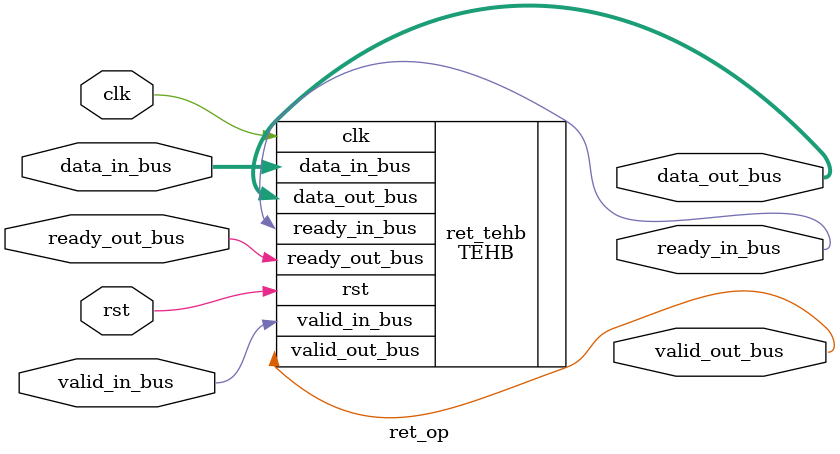
<source format=v>
module add_op #(parameter INPUTS = 2,
		parameter OUTPUTS = 1,
		parameter DATA_IN_SIZE = 32,
		parameter DATA_OUT_SIZE = 32)
		(
		input clk,
		input rst,
		input [INPUTS * (DATA_IN_SIZE)- 1 : 0]data_in_bus,
		input [INPUTS - 1 : 0]valid_in_bus,
		output reg [INPUTS - 1 : 0] ready_in_bus = 0,
		
		output reg [OUTPUTS * (DATA_OUT_SIZE) - 1 : 0]data_out_bus = 0,
		output reg [OUTPUTS - 1 : 0]valid_out_bus = 0,
		input 	[OUTPUTS - 1 : 0] ready_out_bus
);

	reg signed [DATA_IN_SIZE - 1 : 0] data_in[INPUTS - 1 : 0];
	reg [INPUTS - 1 : 0] valid_in = 0;
	wire [INPUTS - 1 : 0] ready_in;
	
	wire [DATA_OUT_SIZE - 1 : 0] data_out[OUTPUTS - 1 : 0];
	wire [OUTPUTS - 1 : 0]valid_out;
	reg [OUTPUTS - 1 : 0]ready_out = 0;
	
	integer i;

	always @(*) begin
		for(i = INPUTS - 1; i >= 0; i = i - 1) begin
			data_in[i] = data_in_bus[(i + 1) * DATA_IN_SIZE - 1 -: DATA_IN_SIZE];
			valid_in[i] = valid_in_bus[i];
			ready_in_bus[i] = ready_in[i];
		end

		for(i = OUTPUTS - 1; i >= 0; i = i - 1) begin
			data_out_bus[(i + 1) * DATA_OUT_SIZE - 1 -: DATA_OUT_SIZE] = data_out[i];
			valid_out_bus[i] = valid_out[i];
			ready_out[i] = ready_out_bus[i];
		end

	end
	
	joinC #(.N(INPUTS)) add_fork(.valid_in(valid_in), .ready_in(ready_in), .valid_out(valid_out), .ready_out(ready_out));

	assign data_out[0] = data_in[0] + data_in[1];

endmodule



//-----------------------------------------------------------------------
//-- int sub, version 0.0
//-----------------------------------------------------------------------
//If data_in_bus contains two data a and b of 32 bit width such that data_in_bus = {a, b}, then sub_op returns b - a as the answer
module sub_op #(parameter INPUTS = 2,
		parameter OUTPUTS = 1,
		parameter DATA_IN_SIZE = 32,
		parameter DATA_OUT_SIZE = 32)
		(
		input clk,
		input rst,
		input [INPUTS * (DATA_IN_SIZE)- 1 : 0]data_in_bus,
		input [INPUTS - 1 : 0]valid_in_bus,
		output reg [INPUTS - 1 : 0] ready_in_bus = 0,
		
		output reg [OUTPUTS * (DATA_OUT_SIZE) - 1 : 0]data_out_bus = 0,
		output reg [OUTPUTS - 1 : 0]valid_out_bus = 0,
		input 	[OUTPUTS - 1 : 0] ready_out_bus
);

	reg signed [DATA_IN_SIZE - 1 : 0] data_in[INPUTS - 1 : 0];
	reg [INPUTS - 1 : 0] valid_in = 0;
	wire [INPUTS - 1 : 0] ready_in;
	
	wire [DATA_OUT_SIZE - 1 : 0] data_out[OUTPUTS - 1 : 0];
	wire [OUTPUTS - 1 : 0]valid_out;
	reg [OUTPUTS - 1 : 0]ready_out = 0;
	
	integer i;

	always @(*) begin
		for(i = INPUTS - 1; i >= 0; i = i - 1) begin
			data_in[i] = data_in_bus[(i + 1) * DATA_IN_SIZE - 1 -: DATA_IN_SIZE];
			valid_in[i] = valid_in_bus[i];
			ready_in_bus[i] = ready_in[i];
		end

		for(i = OUTPUTS - 1; i >= 0; i = i - 1) begin
			data_out_bus[(i + 1) * DATA_OUT_SIZE - 1 -: DATA_OUT_SIZE] = data_out[i];
			valid_out_bus[i] = valid_out[i];
			ready_out[i] = ready_out_bus[i];
		end

	end
	
	joinC #(.N(INPUTS)) add_fork(.valid_in(valid_in), .ready_in(ready_in), .valid_out(valid_out), .ready_out(ready_out));

	assign data_out[0] = data_in[0] - data_in[1];

endmodule


//-----------------------------------------------------------------------
//-- int multiply, version 0.0
//-----------------------------------------------------------------------
//If data_in_bus contains two data a and b of 32 bit width such that data_in_bus = {a, b}, then sub_op returns b * a as the answer
module mul_op #(parameter INPUTS = 2,
		parameter OUTPUTS = 1,
		parameter DATA_IN_SIZE = 32,
		parameter DATA_OUT_SIZE = 32)
		(
		input clk,
		input rst,
		input [INPUTS * (DATA_IN_SIZE)- 1 : 0]data_in_bus,
		input [INPUTS - 1 : 0]valid_in_bus,
		output reg [INPUTS - 1 : 0] ready_in_bus = 0,
		
		output reg [OUTPUTS * (DATA_OUT_SIZE) - 1 : 0]data_out_bus = 0,
		output reg [OUTPUTS - 1 : 0]valid_out_bus = 0,
		input 	[OUTPUTS - 1 : 0] ready_out_bus
);
	localparam LATENCY = 4;

	reg signed [DATA_IN_SIZE - 1 : 0] data_in[INPUTS - 1 : 0];
	reg [INPUTS - 1 : 0] valid_in = 0;
	wire [INPUTS - 1 : 0] ready_in;
	
	wire [DATA_OUT_SIZE - 1 : 0] data_out[OUTPUTS - 1 : 0];
	wire [OUTPUTS - 1 : 0]valid_out;
	reg [OUTPUTS - 1 : 0]ready_out = 0;
	
	wire [2 * DATA_OUT_SIZE - 1 : 0] temp_result;
	
	integer i;

	always @(*) begin
		for(i = INPUTS - 1; i >= 0; i = i - 1) begin
			data_in[i] = data_in_bus[(i + 1) * DATA_IN_SIZE - 1 -: DATA_IN_SIZE];
			valid_in[i] = valid_in_bus[i];
			ready_in_bus[i] = ready_in[i];
		end

		for(i = OUTPUTS - 1; i >= 0; i = i - 1) begin
			data_out_bus[(i + 1) * DATA_OUT_SIZE - 1 -: DATA_OUT_SIZE] = data_out[i];
			valid_out_bus[i] = valid_out[i];
			ready_out[i] = ready_out_bus[i];
		end

	end
	
	wire join_valid;
	wire buff_valid, oehb_valid, oehb_ready;
	wire oehb_dataOut, oehb_datain;
	
	joinC #(.N(INPUTS)) add_fork(.valid_in(valid_in), .ready_in(ready_in), .valid_out(join_valid), .ready_out(oehb_ready));
	
	mul_4_stage multiply_unit (.clk(clk), .ce(oehb_ready), .a(data_in[0]), .b(data_in[1]), .p(data_out[0]));
	
	delay_buffer #(.SIZE(LATENCY - 1))delay_buff(.clk(clk), .rst(rst), .valid_in(join_valid), .ready_in(oehb_ready), .valid_out(buff_valid));
	
	OEHB #(.INPUTS(1), .OUTPUTS(1), .DATA_IN_SIZE(1), .DATA_OUT_SIZE(1)) oehb_buffer (.clk(clk), .rst(rst),
										 .data_in_bus(0), .valid_in_bus(buff_valid), .ready_in_bus(oehb_ready),
										 .data_out_bus(oehb_dataOut), .valid_out_bus(valid_out[0]), .ready_out_bus(ready_out[0]));
	


endmodule



//Weakly Implemented. Might result in high resource utilization
//-----------------------------------------------------------------------
//-- int urem, version 0.0
//-----------------------------------------------------------------------
//If data_in_bus contains two data a and b of 32 bit width such that data_in_bus = {a, b}, then sub_op returns b % a as the answer
module urem_op #(parameter INPUTS = 2,
		parameter OUTPUTS = 1,
		parameter DATA_IN_SIZE = 32,
		parameter DATA_OUT_SIZE = 32)
		(
		input clk,
		input rst,
		input [INPUTS * (DATA_IN_SIZE)- 1 : 0]data_in_bus,
		input [INPUTS - 1 : 0]valid_in_bus,
		output reg [INPUTS - 1 : 0] ready_in_bus = 0,
		
		output reg [OUTPUTS * (DATA_OUT_SIZE) - 1 : 0]data_out_bus = 0,
		output reg [OUTPUTS - 1 : 0]valid_out_bus = 0,
		input 	[OUTPUTS - 1 : 0] ready_out_bus
);

	reg signed [DATA_IN_SIZE - 1 : 0] data_in[INPUTS - 1 : 0];
	reg [INPUTS - 1 : 0] valid_in = 0;
	wire [INPUTS - 1 : 0] ready_in;
	
	wire [DATA_OUT_SIZE - 1 : 0] data_out[OUTPUTS - 1 : 0];
	wire [OUTPUTS - 1 : 0]valid_out;
	reg [OUTPUTS - 1 : 0]ready_out = 0;
	
	integer i;

	always @(*) begin
		for(i = INPUTS - 1; i >= 0; i = i - 1) begin
			data_in[i] = data_in_bus[(i + 1) * DATA_IN_SIZE - 1 -: DATA_IN_SIZE];
			valid_in[i] = valid_in_bus[i];
			ready_in_bus[i] = ready_in[i];
		end

		for(i = OUTPUTS - 1; i >= 0; i = i - 1) begin
			data_out_bus[(i + 1) * DATA_OUT_SIZE - 1 -: DATA_OUT_SIZE] = data_out[i];
			valid_out_bus[i] = valid_out[i];
			ready_out[i] = ready_out_bus[i];
		end

	end
	
	joinC #(.N(INPUTS)) add_fork(.valid_in(valid_in), .ready_in(ready_in), .valid_out(valid_out), .ready_out(ready_out));

	assign data_out[0] = data_in[0] % data_in[1];

endmodule



//-----------------------------------------------------------------------
//-- logical and, version 0.0
//-----------------------------------------------------------------------
module and_op #(parameter INPUTS = 2,
		parameter OUTPUTS = 1,
		parameter DATA_IN_SIZE = 32,
		parameter DATA_OUT_SIZE = 32)
		(
		input clk,
		input rst,
		input [INPUTS * (DATA_IN_SIZE)- 1 : 0]data_in_bus,
		input [INPUTS - 1 : 0]valid_in_bus,
		output reg [INPUTS - 1 : 0] ready_in_bus = 0,
		
		output reg [OUTPUTS * (DATA_OUT_SIZE) - 1 : 0]data_out_bus = 0,
		output reg [OUTPUTS - 1 : 0]valid_out_bus = 0,
		input 	[OUTPUTS - 1 : 0] ready_out_bus
);

	reg [DATA_IN_SIZE - 1 : 0] data_in[INPUTS - 1 : 0];
	reg [INPUTS - 1 : 0] valid_in = 0;
	wire [INPUTS - 1 : 0] ready_in;
	
	wire [DATA_OUT_SIZE - 1 : 0] data_out[OUTPUTS - 1 : 0];
	wire [OUTPUTS - 1 : 0]valid_out;
	reg [OUTPUTS - 1 : 0]ready_out = 0;
	
	integer i;

	always @(*) begin
		for(i = INPUTS - 1; i >= 0; i = i - 1) begin
			data_in[i] = data_in_bus[(i + 1) * DATA_IN_SIZE - 1 -: DATA_IN_SIZE];
			valid_in[i] = valid_in_bus[i];
			ready_in_bus[i] = ready_in[i];
		end

		for(i = OUTPUTS - 1; i >= 0; i = i - 1) begin
			data_out_bus[(i + 1) * DATA_OUT_SIZE - 1 -: DATA_OUT_SIZE] = data_out[i];
			valid_out_bus[i] = valid_out[i];
			ready_out[i] = ready_out_bus[i];
		end

	end
	
	joinC #(.N(INPUTS)) add_fork(.valid_in(valid_in), .ready_in(ready_in), .valid_out(valid_out), .ready_out(ready_out));

	assign data_out[0] = data_in[0] & data_in[1];

endmodule



//-----------------------------------------------------------------------
//-- logical or, version 0.0
//-----------------------------------------------------------------------
module or_op #(parameter INPUTS = 2,
		parameter OUTPUTS = 1,
		parameter DATA_IN_SIZE = 32,
		parameter DATA_OUT_SIZE = 32)
		(
		input clk,
		input rst,
		input [INPUTS * (DATA_IN_SIZE)- 1 : 0]data_in_bus,
		input [INPUTS - 1 : 0]valid_in_bus,
		output reg [INPUTS - 1 : 0] ready_in_bus = 0,
		
		output reg [OUTPUTS * (DATA_OUT_SIZE) - 1 : 0]data_out_bus = 0,
		output reg [OUTPUTS - 1 : 0]valid_out_bus = 0,
		input 	[OUTPUTS - 1 : 0] ready_out_bus
);

	reg [DATA_IN_SIZE - 1 : 0] data_in[INPUTS - 1 : 0];
	reg [INPUTS - 1 : 0] valid_in = 0;
	wire [INPUTS - 1 : 0] ready_in;
	
	wire [DATA_OUT_SIZE - 1 : 0] data_out[OUTPUTS - 1 : 0];
	wire [OUTPUTS - 1 : 0]valid_out;
	reg [OUTPUTS - 1 : 0]ready_out = 0;
	
	integer i;

	always @(*) begin
		for(i = INPUTS - 1; i >= 0; i = i - 1) begin
			data_in[i] = data_in_bus[(i + 1) * DATA_IN_SIZE - 1 -: DATA_IN_SIZE];
			valid_in[i] = valid_in_bus[i];
			ready_in_bus[i] = ready_in[i];
		end

		for(i = OUTPUTS - 1; i >= 0; i = i - 1) begin
			data_out_bus[(i + 1) * DATA_OUT_SIZE - 1 -: DATA_OUT_SIZE] = data_out[i];
			valid_out_bus[i] = valid_out[i];
			ready_out[i] = ready_out_bus[i];
		end

	end
	
	joinC #(.N(INPUTS)) add_fork(.valid_in(valid_in), .ready_in(ready_in), .valid_out(valid_out), .ready_out(ready_out));

	assign data_out[0] = data_in[0] | data_in[1];

endmodule




//-----------------------------------------------------------------------
//-- logical xor, version 0.0
//-----------------------------------------------------------------------
module xor_op #(parameter INPUTS = 2,
		parameter OUTPUTS = 1,
		parameter DATA_IN_SIZE = 32,
		parameter DATA_OUT_SIZE = 32)
		(
		input clk,
		input rst,
		input [INPUTS * (DATA_IN_SIZE)- 1 : 0]data_in_bus,
		input [INPUTS - 1 : 0]valid_in_bus,
		output reg [INPUTS - 1 : 0] ready_in_bus = 0,
		
		output reg [OUTPUTS * (DATA_OUT_SIZE) - 1 : 0]data_out_bus = 0,
		output reg [OUTPUTS - 1 : 0]valid_out_bus = 0,
		input 	[OUTPUTS - 1 : 0] ready_out_bus
);

	reg [DATA_IN_SIZE - 1 : 0] data_in[INPUTS - 1 : 0];
	reg [INPUTS - 1 : 0] valid_in = 0;
	wire [INPUTS - 1 : 0] ready_in;
	
	wire [DATA_OUT_SIZE - 1 : 0] data_out[OUTPUTS - 1 : 0];
	wire [OUTPUTS - 1 : 0]valid_out;
	reg [OUTPUTS - 1 : 0]ready_out = 0;
	
	integer i;

	always @(*) begin
		for(i = INPUTS - 1; i >= 0; i = i - 1) begin
			data_in[i] = data_in_bus[(i + 1) * DATA_IN_SIZE - 1 -: DATA_IN_SIZE];
			valid_in[i] = valid_in_bus[i];
			ready_in_bus[i] = ready_in[i];
		end

		for(i = OUTPUTS - 1; i >= 0; i = i - 1) begin
			data_out_bus[(i + 1) * DATA_OUT_SIZE - 1 -: DATA_OUT_SIZE] = data_out[i];
			valid_out_bus[i] = valid_out[i];
			ready_out[i] = ready_out_bus[i];
		end

	end
	
	joinC #(.N(INPUTS)) add_fork(.valid_in(valid_in), .ready_in(ready_in), .valid_out(valid_out), .ready_out(ready_out));

	assign data_out[0] = data_in[0] ^ data_in[1];

endmodule


//Sext and Zext to be included. What are they anyway?
//Is Sext for converting Unsigned data to signed data?
//Is zext doing the same thing?

module sext_op #(parameter INPUTS = 1,
		parameter OUTPUTS = 1,
		parameter DATA_IN_SIZE = 32,
		parameter DATA_OUT_SIZE = 32)
		(
		input clk,
		input rst,
		input [INPUTS * (DATA_IN_SIZE)- 1 : 0]data_in_bus,
		input [INPUTS - 1 : 0]valid_in_bus,
		output  [INPUTS - 1 : 0] ready_in_bus,
		
		output signed [OUTPUTS * (DATA_OUT_SIZE) - 1 : 0]data_out_bus,
		output  [OUTPUTS - 1 : 0]valid_out_bus,
		input 	[OUTPUTS - 1 : 0] ready_out_bus
);

	assign data_out_bus = data_in_bus;
	assign valid_out_bus = valid_in_bus;
	assign ready_in_bus = ready_out_bus;
	
	//always @(*)begin
	//	data_out_bus = data_in_bus;
	//end
	
	
endmodule


module zext_op #(parameter INPUTS = 1,
		parameter OUTPUTS = 1,
		parameter DATA_IN_SIZE = 32,
		parameter DATA_OUT_SIZE = 32)
		(
		input clk,
		input rst,
		input [INPUTS * (DATA_IN_SIZE)- 1 : 0]data_in_bus,
		input [INPUTS - 1 : 0]valid_in_bus,
		output  [INPUTS - 1 : 0] ready_in_bus,
		
		output signed [OUTPUTS * (DATA_OUT_SIZE) - 1 : 0]data_out_bus,
		output  [OUTPUTS - 1 : 0]valid_out_bus,
		input 	[OUTPUTS - 1 : 0] ready_out_bus
);

	assign data_out_bus = data_in_bus;
	assign valid_out_bus = valid_in_bus;
	assign ready_in_bus = ready_out_bus;
	
	//always @(*)begin
	//	data_out_bus = data_in_bus;
	//end
	
	
endmodule


//-----------------------------------------------------------------------
//-- shl, version 0.0
//-----------------------------------------------------------------------
module shl_op #(parameter INPUTS = 2,
		parameter OUTPUTS = 1,
		parameter DATA_IN_SIZE = 32,
		parameter DATA_OUT_SIZE = 32)
		(
		input clk,
		input rst,
		input [INPUTS * (DATA_IN_SIZE)- 1 : 0]data_in_bus,
		input [INPUTS - 1 : 0]valid_in_bus,
		output reg [INPUTS - 1 : 0] ready_in_bus = 0,
		
		output reg [OUTPUTS * (DATA_OUT_SIZE) - 1 : 0]data_out_bus = 0,
		output reg [OUTPUTS - 1 : 0]valid_out_bus = 0,
		input 	[OUTPUTS - 1 : 0] ready_out_bus
);

	reg [DATA_IN_SIZE - 1 : 0] data_in[INPUTS - 1 : 0];
	reg [INPUTS - 1 : 0] valid_in = 0;
	wire [INPUTS - 1 : 0] ready_in;
	
	wire [DATA_OUT_SIZE - 1 : 0] data_out[OUTPUTS - 1 : 0];
	wire [OUTPUTS - 1 : 0]valid_out;
	reg [OUTPUTS - 1 : 0]ready_out = 0;
	
	integer i;

	always @(*) begin
		for(i = INPUTS - 1; i >= 0; i = i - 1) begin
			data_in[i] = data_in_bus[(i + 1) * DATA_IN_SIZE - 1 -: DATA_IN_SIZE];
			valid_in[i] = valid_in_bus[i];
			ready_in_bus[i] = ready_in[i];
		end

		for(i = OUTPUTS - 1; i >= 0; i = i - 1) begin
			data_out_bus[(i + 1) * DATA_OUT_SIZE - 1 -: DATA_OUT_SIZE] = data_out[i];
			valid_out_bus[i] = valid_out[i];
			ready_out[i] = ready_out_bus[i];
		end

	end
	
	joinC #(.N(INPUTS)) add_fork(.valid_in(valid_in), .ready_in(ready_in), .valid_out(valid_out), .ready_out(ready_out));
	
	wire [DATA_IN_SIZE - 1 : 0]temp1, temp0;
	assign temp1 = data_in[1];
	assign temp0 = data_in[0];
	
	assign data_out[0] = temp0 << temp1;

endmodule




//-----------------------------------------------------------------------
//-- lshr, version 0.0
//-----------------------------------------------------------------------
module lshr_op #(parameter INPUTS = 2,
		parameter OUTPUTS = 1,
		parameter DATA_IN_SIZE = 32,
		parameter DATA_OUT_SIZE = 32)
		(
		input clk,
		input rst,
		input [INPUTS * (DATA_IN_SIZE)- 1 : 0]data_in_bus,
		input [INPUTS - 1 : 0]valid_in_bus,
		output reg [INPUTS - 1 : 0] ready_in_bus = 0,
		
		output reg [OUTPUTS * (DATA_OUT_SIZE) - 1 : 0]data_out_bus = 0,
		output reg [OUTPUTS - 1 : 0]valid_out_bus = 0,
		input 	[OUTPUTS - 1 : 0] ready_out_bus
);

	reg [DATA_IN_SIZE - 1 : 0] data_in[INPUTS - 1 : 0];
	reg [INPUTS - 1 : 0] valid_in = 0;
	wire [INPUTS - 1 : 0] ready_in;
	
	wire [DATA_OUT_SIZE - 1 : 0] data_out[OUTPUTS - 1 : 0];
	wire [OUTPUTS - 1 : 0]valid_out;
	reg [OUTPUTS - 1 : 0]ready_out = 0;
	
	integer i;

	always @(*) begin
		for(i = INPUTS - 1; i >= 0; i = i - 1) begin
			data_in[i] = data_in_bus[(i + 1) * DATA_IN_SIZE - 1 -: DATA_IN_SIZE];
			valid_in[i] = valid_in_bus[i];
			ready_in_bus[i] = ready_in[i];
		end

		for(i = OUTPUTS - 1; i >= 0; i = i - 1) begin
			data_out_bus[(i + 1) * DATA_OUT_SIZE - 1 -: DATA_OUT_SIZE] = data_out[i];
			valid_out_bus[i] = valid_out[i];
			ready_out[i] = ready_out_bus[i];
		end

	end
	
	joinC #(.N(INPUTS)) add_fork(.valid_in(valid_in), .ready_in(ready_in), .valid_out(valid_out), .ready_out(ready_out));
	
	wire [DATA_IN_SIZE - 1 : 0]temp1, temp0;
	assign temp1 = data_in[1];
	assign temp0 = data_in[0];
	
	assign data_out[0] = temp0 >> temp1;

endmodule




//-----------------------------------------------------------------------
//-- ashr, version 0.0
//-----------------------------------------------------------------------
module ashr_op #(parameter INPUTS = 2,
		parameter OUTPUTS = 1,
		parameter DATA_IN_SIZE = 32,
		parameter DATA_OUT_SIZE = 32)
		(
		input clk,
		input rst,
		input [INPUTS * (DATA_IN_SIZE)- 1 : 0]data_in_bus,
		input [INPUTS - 1 : 0]valid_in_bus,
		output reg [INPUTS - 1 : 0] ready_in_bus = 0,
		
		output reg [OUTPUTS * (DATA_OUT_SIZE) - 1 : 0]data_out_bus = 0,
		output reg [OUTPUTS - 1 : 0]valid_out_bus = 0,
		input 	[OUTPUTS - 1 : 0] ready_out_bus
);

	reg signed [DATA_IN_SIZE - 1 : 0] data_in[INPUTS - 1 : 0];
	reg [INPUTS - 1 : 0] valid_in = 0;
	wire [INPUTS - 1 : 0] ready_in;
	
	wire [DATA_OUT_SIZE - 1 : 0] data_out[OUTPUTS - 1 : 0];
	wire [OUTPUTS - 1 : 0]valid_out;
	reg [OUTPUTS - 1 : 0]ready_out = 0;
	
	integer i;

	always @(*) begin
		for(i = INPUTS - 1; i >= 0; i = i - 1) begin
			data_in[i] = data_in_bus[(i + 1) * DATA_IN_SIZE - 1 -: DATA_IN_SIZE];
			valid_in[i] = valid_in_bus[i];
			ready_in_bus[i] = ready_in[i];
		end

		for(i = OUTPUTS - 1; i >= 0; i = i - 1) begin
			data_out_bus[(i + 1) * DATA_OUT_SIZE - 1 -: DATA_OUT_SIZE] = data_out[i];
			valid_out_bus[i] = valid_out[i];
			ready_out[i] = ready_out_bus[i];
		end

	end
	
	joinC #(.N(INPUTS)) add_fork(.valid_in(valid_in), .ready_in(ready_in), .valid_out(valid_out), .ready_out(ready_out));
	
	wire [DATA_IN_SIZE - 1 : 0]temp1, temp0;
	assign temp1 = data_in[1];
	assign temp0 = data_in[0];
	assign data_out[0] = temp0 >>> temp1;

endmodule



//-----------------------------------------------------------------------
//-- Antitoken, version 0.0
//-----------------------------------------------------------------------
module antitokens(
	input clk,
	input rst,
	input valid_0, input valid_1,
	output kill_0,	output kill_1,
	input generate_0, input generate_1,
	output stop_valid
);
	wire reg_in_0, reg_in_1;
	reg  reg_out_0, reg_out_1;
	
	always@(posedge clk, posedge rst)
		if(rst) begin
			reg_out_0 <= 0;
			reg_out_1 <= 0;
		end else begin
			reg_out_0 <= reg_in_0;
			reg_out_1 <= reg_in_1;
		end
	
	assign reg_in_0 = ~valid_0 & (generate_0 | reg_out_0);
	assign reg_in_1 = ~valid_1 & (generate_1 | reg_out_1);
	
	assign stop_valid = reg_out_0 | reg_out_1;
	
	assign kill_0 = generate_0 | reg_out_0;
	assign kill_1 = generate_1 | reg_out_1; 

endmodule



//-----------------------------------------------------------------------
//-- Select, version 0.0
//-----------------------------------------------------------------------
//-- llvm select: operand(0) is condition, operand(1) is true, operand(2) is false
//-- here, dataInArray(0) is true, dataInArray(1) is false operand
//Since condition of select is always 1 bit wide, we will use a 32 bit bus for it 
//But utilize only the LSB of that bus for condition
//data_in_bus --> {32'bdataFalse, 32'bdataTrue, 32'bCondition}
module select_op #(parameter INPUTS = 3,
		parameter OUTPUTS = 1,
		parameter DATA_IN_SIZE = 32,
		parameter DATA_OUT_SIZE = 32)
		(
		input clk,
		input rst,
		input [INPUTS * (DATA_IN_SIZE)- 1 : 0]data_in_bus,
		input [INPUTS - 1 : 0]valid_in_bus,
		output reg [INPUTS - 1 : 0] ready_in_bus = 0,
		
		output reg [OUTPUTS * (DATA_OUT_SIZE) - 1 : 0]data_out_bus = 0,
		output reg [OUTPUTS - 1 : 0]valid_out_bus = 0,
		input 	[OUTPUTS - 1 : 0] ready_out_bus
);

	reg [DATA_IN_SIZE - 1 : 0] data_in[INPUTS - 1 : 0];
	reg [INPUTS - 1 : 0] valid_in = 0;
	wire [INPUTS - 1 : 0] ready_in;
	
	wire [DATA_OUT_SIZE - 1 : 0] data_out[OUTPUTS - 1 : 0];
	wire [OUTPUTS - 1 : 0]valid_out;
	reg [OUTPUTS - 1 : 0]ready_out = 0;
	
	wire condition;
	assign condition = data_in[0][0];
	
	integer i;

	always @(*) begin
		for(i = INPUTS - 1; i >= 0; i = i - 1) begin
			data_in[i] = data_in_bus[(i + 1) * DATA_IN_SIZE - 1 -: DATA_IN_SIZE];
			valid_in[i] = valid_in_bus[i];
			ready_in_bus[i] = ready_in[i];
		end

		for(i = OUTPUTS - 1; i >= 0; i = i - 1) begin
			data_out_bus[(i + 1) * DATA_OUT_SIZE - 1 -: DATA_OUT_SIZE] = data_out[i];
			valid_out_bus[i] = valid_out[i];
			ready_out[i] = ready_out_bus[i];
		end

	end
	
	
	wire ee, valid_internal, kill_0, kill_1, antitokenStop;
	wire g_0, g_1;
	
	assign ee = valid_in[1] & ((~condition & valid_in[0]) | (condition & valid_in[2]));
	assign valid_internal = ee & ~antitokenStop;
	
	assign g_0 = ~valid_in[2]  & valid_internal & ready_out[0];
	assign g_1 = ~valid_in[0]  & valid_internal & ready_out[0];
	
	assign valid_out[0] = valid_internal;
	assign ready_in[1] = (~valid_in[1]) | (valid_internal & ready_out[0]);
	assign ready_in[2] = (~valid_in[2]) | (valid_internal & ready_out[0]) | kill_0;
	assign ready_in[0] = (~valid_in[0]) | (valid_internal & ready_out[0]) | kill_1;
	
	assign data_out[0] = condition ? data_in[1] : data_in[2];
	
	antitokens select_antitokens(.clk(clk), .rst(rst),
					.valid_1(valid_in[0]), .valid_0(valid_in[2]), 
					.kill_1(kill_1), .kill_0(kill_0),
					.generate_1(g_1), .generate_0(g_0),
					.stop_valid(antitokenStop));
	
endmodule




//-----------------------------------------------------------------------
//-- icmp eq, version 0.0
//-----------------------------------------------------------------------
module icmp_eq_op #(parameter INPUTS = 2,
		parameter OUTPUTS = 1,
		parameter DATA_IN_SIZE = 32,
		parameter DATA_OUT_SIZE = 32)
		(
		input clk,
		input rst,
		input [INPUTS * (DATA_IN_SIZE)- 1 : 0]data_in_bus,
		input [INPUTS - 1 : 0]valid_in_bus,
		output reg [INPUTS - 1 : 0] ready_in_bus = 0,
		
		output reg [OUTPUTS * (DATA_OUT_SIZE) - 1 : 0]data_out_bus = 0,
		output reg [OUTPUTS - 1 : 0]valid_out_bus = 0,
		input 	[OUTPUTS - 1 : 0] ready_out_bus
);

	reg [DATA_IN_SIZE - 1 : 0] data_in[INPUTS - 1 : 0];
	reg [INPUTS - 1 : 0] valid_in = 0;
	wire [INPUTS - 1 : 0] ready_in;
	
	wire [DATA_OUT_SIZE - 1 : 0] data_out[OUTPUTS - 1 : 0];
	wire [OUTPUTS - 1 : 0]valid_out;
	reg [OUTPUTS - 1 : 0]ready_out = 0;
	
	integer i;

	always @(*) begin
		for(i = INPUTS - 1; i >= 0; i = i - 1) begin
			data_in[i] = data_in_bus[(i + 1) * DATA_IN_SIZE - 1 -: DATA_IN_SIZE];
			valid_in[i] = valid_in_bus[i];
			ready_in_bus[i] = ready_in[i];
		end

		for(i = OUTPUTS - 1; i >= 0; i = i - 1) begin
			data_out_bus[(i + 1) * DATA_OUT_SIZE - 1 -: DATA_OUT_SIZE] = data_out[i];
			valid_out_bus[i] = valid_out[i];
			ready_out[i] = ready_out_bus[i];
		end

	end
	
	joinC #(.N(INPUTS)) add_fork(.valid_in(valid_in), .ready_in(ready_in), .valid_out(valid_out), .ready_out(ready_out));

	assign data_out[0] = data_in[0] == data_in[1];

endmodule




//-----------------------------------------------------------------------
//-- icmp ne, version 0.0
//-----------------------------------------------------------------------
module icmp_ne_op #(parameter INPUTS = 2,
		parameter OUTPUTS = 1,
		parameter DATA_IN_SIZE = 32,
		parameter DATA_OUT_SIZE = 32)
		(
		input clk,
		input rst,
		input [INPUTS * (DATA_IN_SIZE)- 1 : 0]data_in_bus,
		input [INPUTS - 1 : 0]valid_in_bus,
		output reg [INPUTS - 1 : 0] ready_in_bus = 0,
		
		output reg [OUTPUTS * (DATA_OUT_SIZE) - 1 : 0]data_out_bus = 0,
		output reg [OUTPUTS - 1 : 0]valid_out_bus = 0,
		input 	[OUTPUTS - 1 : 0] ready_out_bus
);

	reg [DATA_IN_SIZE - 1 : 0] data_in[INPUTS - 1 : 0];
	reg [INPUTS - 1 : 0] valid_in = 0;
	wire [INPUTS - 1 : 0] ready_in;
	
	wire [DATA_OUT_SIZE - 1 : 0] data_out[OUTPUTS - 1 : 0];
	wire [OUTPUTS - 1 : 0]valid_out;
	reg [OUTPUTS - 1 : 0]ready_out = 0;
	
	integer i;

	always @(*) begin
		for(i = INPUTS - 1; i >= 0; i = i - 1) begin
			data_in[i] = data_in_bus[(i + 1) * DATA_IN_SIZE - 1 -: DATA_IN_SIZE];
			valid_in[i] = valid_in_bus[i];
			ready_in_bus[i] = ready_in[i];
		end

		for(i = OUTPUTS - 1; i >= 0; i = i - 1) begin
			data_out_bus[(i + 1) * DATA_OUT_SIZE - 1 -: DATA_OUT_SIZE] = data_out[i];
			valid_out_bus[i] = valid_out[i];
			ready_out[i] = ready_out_bus[i];
		end

	end
	
	joinC #(.N(INPUTS)) add_fork(.valid_in(valid_in), .ready_in(ready_in), .valid_out(valid_out), .ready_out(ready_out));

	assign data_out[0] = data_in[0] != data_in[1];

endmodule




//-----------------------------------------------------------------------
//-- ugt, version 0.0
//-----------------------------------------------------------------------
module icmp_ugt_op #(parameter INPUTS = 2,
		parameter OUTPUTS = 1,
		parameter DATA_IN_SIZE = 32,
		parameter DATA_OUT_SIZE = 32)
		(
		input clk,
		input rst,
		input [INPUTS * (DATA_IN_SIZE)- 1 : 0]data_in_bus,
		input [INPUTS - 1 : 0]valid_in_bus,
		output reg [INPUTS - 1 : 0] ready_in_bus = 0,
		
		output reg [OUTPUTS * (DATA_OUT_SIZE) - 1 : 0]data_out_bus = 0,
		output reg [OUTPUTS - 1 : 0]valid_out_bus = 0,
		input 	[OUTPUTS - 1 : 0] ready_out_bus
);

	reg [DATA_IN_SIZE - 1 : 0] data_in[INPUTS - 1 : 0];
	reg [INPUTS - 1 : 0] valid_in = 0;
	wire [INPUTS - 1 : 0] ready_in;
	
	wire [DATA_OUT_SIZE - 1 : 0] data_out[OUTPUTS - 1 : 0];
	wire [OUTPUTS - 1 : 0]valid_out;
	reg [OUTPUTS - 1 : 0]ready_out = 0;
	
	integer i;

	always @(*) begin
		for(i = INPUTS - 1; i >= 0; i = i - 1) begin
			data_in[i] = data_in_bus[(i + 1) * DATA_IN_SIZE - 1 -: DATA_IN_SIZE];
			valid_in[i] = valid_in_bus[i];
			ready_in_bus[i] = ready_in[i];
		end

		for(i = OUTPUTS - 1; i >= 0; i = i - 1) begin
			data_out_bus[(i + 1) * DATA_OUT_SIZE - 1 -: DATA_OUT_SIZE] = data_out[i];
			valid_out_bus[i] = valid_out[i];
			ready_out[i] = ready_out_bus[i];
		end

	end
	
	joinC #(.N(INPUTS)) add_fork(.valid_in(valid_in), .ready_in(ready_in), .valid_out(valid_out), .ready_out(ready_out));

	assign data_out[0] = data_in[0] > data_in[1];

endmodule




//-----------------------------------------------------------------------
//-- icmp uge, version 0.0
//-----------------------------------------------------------------------
module icmp_uge_op #(parameter INPUTS = 2,
		parameter OUTPUTS = 1,
		parameter DATA_IN_SIZE = 32,
		parameter DATA_OUT_SIZE = 32)
		(
		input clk,
		input rst,
		input [INPUTS * (DATA_IN_SIZE)- 1 : 0]data_in_bus,
		input [INPUTS - 1 : 0]valid_in_bus,
		output reg [INPUTS - 1 : 0] ready_in_bus = 0,
		
		output reg [OUTPUTS * (DATA_OUT_SIZE) - 1 : 0]data_out_bus = 0,
		output reg [OUTPUTS - 1 : 0]valid_out_bus = 0,
		input 	[OUTPUTS - 1 : 0] ready_out_bus
);

	reg [DATA_IN_SIZE - 1 : 0] data_in[INPUTS - 1 : 0];
	reg [INPUTS - 1 : 0] valid_in = 0;
	wire [INPUTS - 1 : 0] ready_in;
	
	wire [DATA_OUT_SIZE - 1 : 0] data_out[OUTPUTS - 1 : 0];
	wire [OUTPUTS - 1 : 0]valid_out;
	reg [OUTPUTS - 1 : 0]ready_out = 0;
	
	integer i;

	always @(*) begin
		for(i = INPUTS - 1; i >= 0; i = i - 1) begin
			data_in[i] = data_in_bus[(i + 1) * DATA_IN_SIZE - 1 -: DATA_IN_SIZE];
			valid_in[i] = valid_in_bus[i];
			ready_in_bus[i] = ready_in[i];
		end

		for(i = OUTPUTS - 1; i >= 0; i = i - 1) begin
			data_out_bus[(i + 1) * DATA_OUT_SIZE - 1 -: DATA_OUT_SIZE] = data_out[i];
			valid_out_bus[i] = valid_out[i];
			ready_out[i] = ready_out_bus[i];
		end

	end
	
	joinC #(.N(INPUTS)) add_fork(.valid_in(valid_in), .ready_in(ready_in), .valid_out(valid_out), .ready_out(ready_out));

	assign data_out[0] = data_in[0] >= data_in[1];

endmodule




//-----------------------------------------------------------------------
//-- sgt, version 0.0
//-----------------------------------------------------------------------
module icmp_sgt_op #(parameter INPUTS = 2,
		parameter OUTPUTS = 1,
		parameter DATA_IN_SIZE = 32,
		parameter DATA_OUT_SIZE = 32)
		(
		input clk,
		input rst,
		input [INPUTS * (DATA_IN_SIZE)- 1 : 0]data_in_bus,
		input [INPUTS - 1 : 0]valid_in_bus,
		output reg [INPUTS - 1 : 0] ready_in_bus = 0,
		
		output reg [OUTPUTS * (DATA_OUT_SIZE) - 1 : 0]data_out_bus = 0,
		output reg [OUTPUTS - 1 : 0]valid_out_bus = 0,
		input 	[OUTPUTS - 1 : 0] ready_out_bus
);

	reg signed [DATA_IN_SIZE - 1 : 0] data_in[INPUTS - 1 : 0];
	reg [INPUTS - 1 : 0] valid_in = 0;
	wire [INPUTS - 1 : 0] ready_in;
	
	wire [DATA_OUT_SIZE - 1 : 0] data_out[OUTPUTS - 1 : 0];
	wire [OUTPUTS - 1 : 0]valid_out;
	reg [OUTPUTS - 1 : 0]ready_out = 0;
	
	integer i;

	always @(*) begin
		for(i = INPUTS - 1; i >= 0; i = i - 1) begin
			data_in[i] = data_in_bus[(i + 1) * DATA_IN_SIZE - 1 -: DATA_IN_SIZE];
			valid_in[i] = valid_in_bus[i];
			ready_in_bus[i] = ready_in[i];
		end

		for(i = OUTPUTS - 1; i >= 0; i = i - 1) begin
			data_out_bus[(i + 1) * DATA_OUT_SIZE - 1 -: DATA_OUT_SIZE] = data_out[i];
			valid_out_bus[i] = valid_out[i];
			ready_out[i] = ready_out_bus[i];
		end

	end
	
	joinC #(.N(INPUTS)) add_fork(.valid_in(valid_in), .ready_in(ready_in), .valid_out(valid_out), .ready_out(ready_out));

	assign data_out[0] = data_in[0] > data_in[1];

endmodule




//-----------------------------------------------------------------------
//-- icmp sge, version 0.0
//-----------------------------------------------------------------------
module icmp_sge_op #(parameter INPUTS = 2,
		parameter OUTPUTS = 1,
		parameter DATA_IN_SIZE = 32,
		parameter DATA_OUT_SIZE = 32)
		(
		input clk,
		input rst,
		input [INPUTS * (DATA_IN_SIZE)- 1 : 0]data_in_bus,
		input [INPUTS - 1 : 0]valid_in_bus,
		output reg [INPUTS - 1 : 0] ready_in_bus = 0,
		
		output reg [OUTPUTS * (DATA_OUT_SIZE) - 1 : 0]data_out_bus = 0,
		output reg [OUTPUTS - 1 : 0]valid_out_bus = 0,
		input 	[OUTPUTS - 1 : 0] ready_out_bus
);

	reg signed [DATA_IN_SIZE - 1 : 0] data_in[INPUTS - 1 : 0];
	reg [INPUTS - 1 : 0] valid_in = 0;
	wire [INPUTS - 1 : 0] ready_in;
	
	wire [DATA_OUT_SIZE - 1 : 0] data_out[OUTPUTS - 1 : 0];
	wire [OUTPUTS - 1 : 0]valid_out;
	reg [OUTPUTS - 1 : 0]ready_out = 0;
	
	integer i;

	always @(*) begin
		for(i = INPUTS - 1; i >= 0; i = i - 1) begin
			data_in[i] = data_in_bus[(i + 1) * DATA_IN_SIZE - 1 -: DATA_IN_SIZE];
			valid_in[i] = valid_in_bus[i];
			ready_in_bus[i] = ready_in[i];
		end

		for(i = OUTPUTS - 1; i >= 0; i = i - 1) begin
			data_out_bus[(i + 1) * DATA_OUT_SIZE - 1 -: DATA_OUT_SIZE] = data_out[i];
			valid_out_bus[i] = valid_out[i];
			ready_out[i] = ready_out_bus[i];
		end

	end
	
	joinC #(.N(INPUTS)) add_fork(.valid_in(valid_in), .ready_in(ready_in), .valid_out(valid_out), .ready_out(ready_out));

	assign data_out[0] = data_in[0] >= data_in[1];

endmodule




//-----------------------------------------------------------------------
//-- ult, version 0.0
//-----------------------------------------------------------------------
module icmp_ult_op #(parameter INPUTS = 2,
		parameter OUTPUTS = 1,
		parameter DATA_IN_SIZE = 32,
		parameter DATA_OUT_SIZE = 32)
		(
		input clk,
		input rst,
		input [INPUTS * (DATA_IN_SIZE)- 1 : 0]data_in_bus,
		input [INPUTS - 1 : 0]valid_in_bus,
		output reg [INPUTS - 1 : 0] ready_in_bus = 0,
		
		output reg [OUTPUTS * (DATA_OUT_SIZE) - 1 : 0]data_out_bus = 0,
		output reg [OUTPUTS - 1 : 0]valid_out_bus = 0,
		input 	[OUTPUTS - 1 : 0] ready_out_bus
);

	reg [DATA_IN_SIZE - 1 : 0] data_in[INPUTS - 1 : 0];
	reg [INPUTS - 1 : 0] valid_in = 0;
	wire [INPUTS - 1 : 0] ready_in;
	
	wire [DATA_OUT_SIZE - 1 : 0] data_out[OUTPUTS - 1 : 0];
	wire [OUTPUTS - 1 : 0]valid_out;
	reg [OUTPUTS - 1 : 0]ready_out = 0;
	
	integer i;

	always @(*) begin
		for(i = INPUTS - 1; i >= 0; i = i - 1) begin
			data_in[i] = data_in_bus[(i + 1) * DATA_IN_SIZE - 1 -: DATA_IN_SIZE];
			valid_in[i] = valid_in_bus[i];
			ready_in_bus[i] = ready_in[i];
		end

		for(i = OUTPUTS - 1; i >= 0; i = i - 1) begin
			data_out_bus[(i + 1) * DATA_OUT_SIZE - 1 -: DATA_OUT_SIZE] = data_out[i];
			valid_out_bus[i] = valid_out[i];
			ready_out[i] = ready_out_bus[i];
		end

	end
	
	joinC #(.N(INPUTS)) add_fork(.valid_in(valid_in), .ready_in(ready_in), .valid_out(valid_out), .ready_out(ready_out));

	assign data_out[0] = data_in[0] < data_in[1];

endmodule




//-----------------------------------------------------------------------
//-- icmp ule, version 0.0
//-----------------------------------------------------------------------
module icmp_ule_op #(parameter INPUTS = 2,
		parameter OUTPUTS = 1,
		parameter DATA_IN_SIZE = 32,
		parameter DATA_OUT_SIZE = 32)
		(
		input clk,
		input rst,
		input [INPUTS * (DATA_IN_SIZE)- 1 : 0]data_in_bus,
		input [INPUTS - 1 : 0]valid_in_bus,
		output reg [INPUTS - 1 : 0] ready_in_bus = 0,
		
		output reg [OUTPUTS * (DATA_OUT_SIZE) - 1 : 0]data_out_bus = 0,
		output reg [OUTPUTS - 1 : 0]valid_out_bus = 0,
		input 	[OUTPUTS - 1 : 0] ready_out_bus
);

	reg [DATA_IN_SIZE - 1 : 0] data_in[INPUTS - 1 : 0];
	reg [INPUTS - 1 : 0] valid_in = 0;
	wire [INPUTS - 1 : 0] ready_in;
	
	wire [DATA_OUT_SIZE - 1 : 0] data_out[OUTPUTS - 1 : 0];
	wire [OUTPUTS - 1 : 0]valid_out;
	reg [OUTPUTS - 1 : 0]ready_out = 0;
	
	integer i;

	always @(*) begin
		for(i = INPUTS - 1; i >= 0; i = i - 1) begin
			data_in[i] = data_in_bus[(i + 1) * DATA_IN_SIZE - 1 -: DATA_IN_SIZE];
			valid_in[i] = valid_in_bus[i];
			ready_in_bus[i] = ready_in[i];
		end

		for(i = OUTPUTS - 1; i >= 0; i = i - 1) begin
			data_out_bus[(i + 1) * DATA_OUT_SIZE - 1 -: DATA_OUT_SIZE] = data_out[i];
			valid_out_bus[i] = valid_out[i];
			ready_out[i] = ready_out_bus[i];
		end

	end
	
	joinC #(.N(INPUTS)) add_fork(.valid_in(valid_in), .ready_in(ready_in), .valid_out(valid_out), .ready_out(ready_out));

	assign data_out[0] = data_in[0] <= data_in[1];

endmodule




//-----------------------------------------------------------------------
//-- slt, version 0.0
//-----------------------------------------------------------------------
module icmp_slt_op #(parameter INPUTS = 2,
		parameter OUTPUTS = 1,
		parameter DATA_IN_SIZE = 32,
		parameter DATA_OUT_SIZE = 32)
		(
		input clk,
		input rst,
		input [INPUTS * (DATA_IN_SIZE)- 1 : 0]data_in_bus,
		input [INPUTS - 1 : 0]valid_in_bus,
		output reg [INPUTS - 1 : 0] ready_in_bus = 0,
		
		output reg [OUTPUTS * (DATA_OUT_SIZE) - 1 : 0]data_out_bus = 0,
		output reg [OUTPUTS - 1 : 0]valid_out_bus = 0,
		input 	[OUTPUTS - 1 : 0] ready_out_bus
);

	reg signed [DATA_IN_SIZE - 1 : 0] data_in[INPUTS - 1 : 0];
	reg [INPUTS - 1 : 0] valid_in = 0;
	wire [INPUTS - 1 : 0] ready_in;
	
	wire [DATA_OUT_SIZE - 1 : 0] data_out[OUTPUTS - 1 : 0];
	wire [OUTPUTS - 1 : 0]valid_out;
	reg [OUTPUTS - 1 : 0]ready_out = 0;
	
	integer i;

	always @(*) begin
		for(i = INPUTS - 1; i >= 0; i = i - 1) begin
			data_in[i] = data_in_bus[(i + 1) * DATA_IN_SIZE - 1 -: DATA_IN_SIZE];
			valid_in[i] = valid_in_bus[i];
			ready_in_bus[i] = ready_in[i];
		end

		for(i = OUTPUTS - 1; i >= 0; i = i - 1) begin
			data_out_bus[(i + 1) * DATA_OUT_SIZE - 1 -: DATA_OUT_SIZE] = data_out[i];
			valid_out_bus[i] = valid_out[i];
			ready_out[i] = ready_out_bus[i];
		end

	end
	
	joinC #(.N(INPUTS)) add_fork(.valid_in(valid_in), .ready_in(ready_in), .valid_out(valid_out), .ready_out(ready_out));

	assign data_out[0] = data_in[0] < data_in[1];

endmodule




//-----------------------------------------------------------------------
//-- icmp sle, version 0.0
//-----------------------------------------------------------------------
module icmp_sle_op #(parameter INPUTS = 2,
		parameter OUTPUTS = 1,
		parameter DATA_IN_SIZE = 32,
		parameter DATA_OUT_SIZE = 32)
		(
		input clk,
		input rst,
		input [INPUTS * (DATA_IN_SIZE)- 1 : 0]data_in_bus,
		input [INPUTS - 1 : 0]valid_in_bus,
		output reg [INPUTS - 1 : 0] ready_in_bus = 0,
		
		output reg [OUTPUTS * (DATA_OUT_SIZE) - 1 : 0]data_out_bus = 0,
		output reg [OUTPUTS - 1 : 0]valid_out_bus = 0,
		input 	[OUTPUTS - 1 : 0] ready_out_bus
);

	reg signed [DATA_IN_SIZE - 1 : 0] data_in[INPUTS - 1 : 0];
	reg [INPUTS - 1 : 0] valid_in = 0;
	wire [INPUTS - 1 : 0] ready_in;
	
	wire [DATA_OUT_SIZE - 1 : 0] data_out[OUTPUTS - 1 : 0];
	wire [OUTPUTS - 1 : 0]valid_out;
	reg [OUTPUTS - 1 : 0]ready_out = 0;
	
	integer i;

	always @(*) begin
		for(i = INPUTS - 1; i >= 0; i = i - 1) begin
			data_in[i] = data_in_bus[(i + 1) * DATA_IN_SIZE - 1 -: DATA_IN_SIZE];
			valid_in[i] = valid_in_bus[i];
			ready_in_bus[i] = ready_in[i];
		end

		for(i = OUTPUTS - 1; i >= 0; i = i - 1) begin
			data_out_bus[(i + 1) * DATA_OUT_SIZE - 1 -: DATA_OUT_SIZE] = data_out[i];
			valid_out_bus[i] = valid_out[i];
			ready_out[i] = ready_out_bus[i];
		end

	end
	
	joinC #(.N(INPUTS)) add_fork(.valid_in(valid_in), .ready_in(ready_in), .valid_out(valid_out), .ready_out(ready_out));

	assign data_out[0] = data_in[0] <= data_in[1];

endmodule


//-----------------------------------------------------------------------
//-- getelemntptr, version 0.0
//-----------------------------------------------------------------------
//nodes attribute := constants
//Higher inputs will contain constant values, specifically the dimensions
//Lower inputs will contain variable inputs which will be multiplied with constant dimensions
//to determine the address. This is used to for index translation for N dimensional Array to 1D array? 
/*module getelementptr_op #(parameter INPUTS = 3,
		parameter OUTPUTS = 1,
		parameter DATA_IN_SIZE = 32,
		parameter DATA_OUT_SIZE = 32,
		parameter CONST_SIZE = 1)
		(
		input clk,
		input rst,
		input [INPUTS * (DATA_IN_SIZE)- 1 : 0]data_in_bus,
		input [INPUTS - 1 : 0]valid_in_bus,
		output reg [INPUTS - 1 : 0] ready_in_bus = 0,
		
		output reg [OUTPUTS * (DATA_OUT_SIZE) - 1 : 0]data_out_bus = 0,
		output reg [OUTPUTS - 1 : 0]valid_out_bus = 0,
		input 	[OUTPUTS - 1 : 0] ready_out_bus
);

	reg [DATA_IN_SIZE - 1 : 0] data_in[INPUTS - 1 : 0];
	reg [INPUTS - 1 : 0] valid_in = 0;
	wire [INPUTS - 1 : 0] ready_in;
	
	wire [DATA_OUT_SIZE - 1 : 0] data_out[OUTPUTS - 1 : 0];
	wire [OUTPUTS - 1 : 0]valid_out;
	reg [OUTPUTS - 1 : 0]ready_out = 0;
	
	integer temp_const = 1, temp_mul = 0;
	integer temp_data_out = 0;//Does it have to be unsigned?
	
	integer i;

	always @(*) begin
		for(i = INPUTS - 1; i >= 0; i = i - 1) begin
			data_in[i] = data_in_bus[(i + 1) * DATA_IN_SIZE - 1 -: DATA_IN_SIZE];
			valid_in[i] = valid_in_bus[i];
			ready_in_bus[i] = ready_in[i];
		end

		for(i = OUTPUTS - 1; i >= 0; i = i - 1) begin
			data_out_bus[(i + 1) * DATA_OUT_SIZE - 1 -: DATA_OUT_SIZE] = data_out[i];
			valid_out_bus[i] = valid_out[i];
			ready_out[i] = ready_out_bus[i];
		end

	end
	
	
	joinC #(.N(INPUTS - CONST_SIZE)) getPtrJoin (.valid_in(valid_in[INPUTS - CONST_SIZE - 1 : 0]),
					.ready_in(ready_in[INPUTS - CONST_SIZE - 1 : 0]),
					.valid_out(valid_out[0]),
					.ready_out(ready_out[0]));
					
	assign ready_in[INPUTS - 1 : INPUTS - CONST_SIZE] = {CONST_SIZE{1'b1}};
	
	
	integer j;
	
	always @(*)begin
		temp_data_out = 0;
		for(i = 0; i < INPUTS - CONST_SIZE; i = i + 1)begin
			temp_const = 1;
			for(j = INPUTS - CONST_SIZE + i; j < INPUTS; j = j + 1)
				temp_const = temp_const * data_in[j];
			temp_mul = data_in[i] * temp_const;
			temp_data_out = temp_data_out + temp_mul;
		end
	end
	
	assign data_out[0] = temp_data_out[DATA_OUT_SIZE - 1 : 0];
	
endmodule*/


module getelementptr_op #(parameter INPUTS = 3,
		parameter OUTPUTS = 1,
		parameter DATA_IN_SIZE = 32,
		parameter DATA_OUT_SIZE = 32,
		parameter CONST_SIZE = 1)
		(
		input clk,
		input rst,
		input [INPUTS * (DATA_IN_SIZE)- 1 : 0]data_in_bus,
		input [INPUTS - 1 : 0]valid_in_bus,
		output  [INPUTS - 1 : 0] ready_in_bus,
		
		output [OUTPUTS * (DATA_OUT_SIZE) - 1 : 0]data_out_bus,
		output [OUTPUTS - 1 : 0]valid_out_bus,
		input 	[OUTPUTS - 1 : 0] ready_out_bus
);

	reg [DATA_IN_SIZE - 1 : 0] data_in[INPUTS - 1 : 0];
	reg [INPUTS - 1 : 0] valid_in = 0;
	wire [INPUTS - 1 : 0] ready_in;
	
	wire [DATA_OUT_SIZE - 1 : 0] data_out[OUTPUTS - 1 : 0];
	wire [OUTPUTS - 1 : 0]valid_out;
	reg [OUTPUTS - 1 : 0]ready_out = 0;
	
	integer temp_const = 1, temp_mul = 0;
	integer temp_data_out = 0;//Does it have to be unsigned?
	
	integer i, j;

	/*always @(*) begin
		for(i = INPUTS - 1; i >= 0; i = i - 1) begin
			//data_in[i] = data_in_bus[(i + 1) * DATA_IN_SIZE - 1 -: DATA_IN_SIZE];
			valid_in[i] = valid_in_bus[i];
			ready_in_bus[i] = ready_in[i];
		end
	end
	
	
	always @(*)begin
		for(i = OUTPUTS - 1; i >= 0; i = i - 1) begin
			//data_out_bus[(i + 1) * DATA_OUT_SIZE - 1 -: DATA_OUT_SIZE] = data_out[i];
			valid_out_bus[i] = valid_out[i];
			ready_out[i] = ready_out_bus[i];
		end
	end*/
	
	
	always @(*)begin
		temp_data_out = 0;
		for(i = 0; i < INPUTS - CONST_SIZE; i = i + 1)begin
			temp_const = 1;
			for(j = INPUTS - CONST_SIZE + i; j < INPUTS; j = j + 1)
				temp_const = temp_const * data_in_bus[j * DATA_IN_SIZE +: DATA_IN_SIZE];
			temp_mul = data_in_bus[i * DATA_IN_SIZE +: DATA_IN_SIZE] * temp_const;
			temp_data_out = temp_data_out + temp_mul;
		end
	end
	
	
	joinC #(.N(INPUTS - CONST_SIZE)) getPtrJoin (.valid_in(valid_in_bus[INPUTS - CONST_SIZE - 1 : 0]),
					.ready_in(ready_in_bus[INPUTS - CONST_SIZE - 1 : 0]),
					.valid_out(valid_out_bus[0]),
					.ready_out(ready_out_bus[0]));
					
	assign ready_in_bus[INPUTS - 1 : INPUTS - CONST_SIZE] = {CONST_SIZE{1'b1}};
	
	//assign data_out_bus = data_out[0];
	assign data_out_bus[0 * DATA_OUT_SIZE +: DATA_OUT_SIZE] = temp_data_out[DATA_OUT_SIZE - 1 : 0];
	
endmodule




//-----------------------------------------------------------------------
//-- return, version 0.0
//-----------------------------------------------------------------------
module ret_op #(parameter INPUTS = 1,
		parameter OUTPUTS = 1,
		parameter DATA_IN_SIZE = 32,
		parameter DATA_OUT_SIZE = 32)
		(
		input clk,
		input rst,
		input [INPUTS * (DATA_IN_SIZE)- 1 : 0]data_in_bus,
		input [INPUTS - 1 : 0]valid_in_bus,
		output [INPUTS - 1 : 0] ready_in_bus,
		
		output [OUTPUTS * (DATA_OUT_SIZE) - 1 : 0]data_out_bus,
		output [OUTPUTS - 1 : 0]valid_out_bus,
		input 	[OUTPUTS - 1 : 0] ready_out_bus
);

	TEHB #(.INPUTS(1), .OUTPUTS(1), .DATA_IN_SIZE(DATA_IN_SIZE), .DATA_OUT_SIZE(DATA_OUT_SIZE)) ret_tehb
	(
		.clk(clk), .rst(rst),
		.data_in_bus(data_in_bus), .valid_in_bus(valid_in_bus), .ready_in_bus(ready_in_bus),
		.data_out_bus(data_out_bus), .valid_out_bus(valid_out_bus), .ready_out_bus(ready_out_bus)
	);
	
endmodule

</source>
